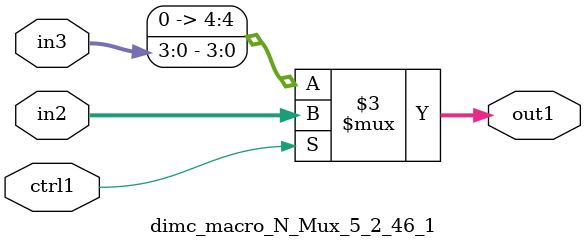
<source format=v>

`timescale 1ps / 1ps


module dimc_macro_N_Mux_5_2_46_1( in3, in2, ctrl1, out1 );

    input [3:0] in3;
    input [4:0] in2;
    input ctrl1;
    output [4:0] out1;
    reg [4:0] out1;

    
    // rtl_process:dimc_macro_N_Mux_5_2_46_1/dimc_macro_N_Mux_5_2_46_1_thread_1
    always @*
      begin : dimc_macro_N_Mux_5_2_46_1_thread_1
        case (ctrl1) 
          1'b1: 
            begin
              out1 = in2;
            end
          default: 
            begin
              out1 = {1'b0, in3};
            end
        endcase
      end

endmodule



</source>
